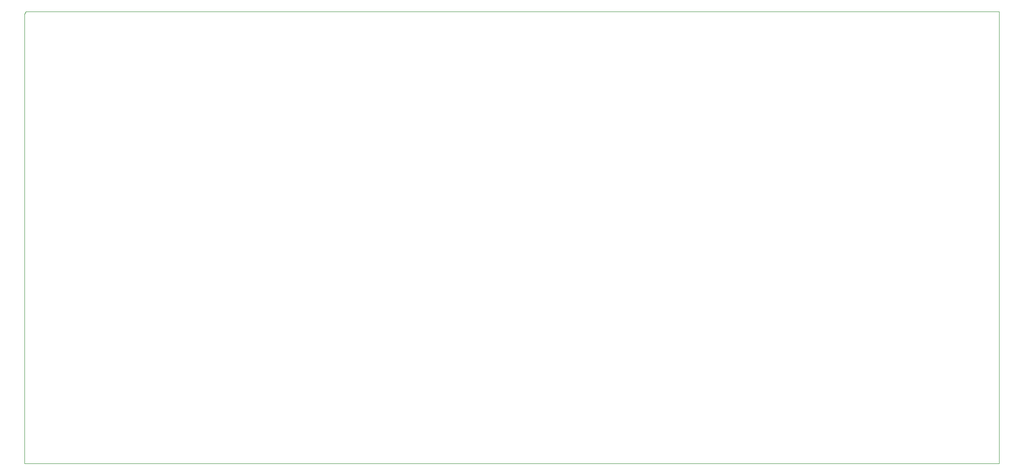
<source format=gbr>
G04 #@! TF.GenerationSoftware,KiCad,Pcbnew,(5.1.4-0-10_14)*
G04 #@! TF.CreationDate,2020-08-23T12:41:51+02:00*
G04 #@! TF.ProjectId,the_mvp,7468655f-6d76-4702-9e6b-696361645f70,1.0*
G04 #@! TF.SameCoordinates,Original*
G04 #@! TF.FileFunction,Profile,NP*
%FSLAX46Y46*%
G04 Gerber Fmt 4.6, Leading zero omitted, Abs format (unit mm)*
G04 Created by KiCad (PCBNEW (5.1.4-0-10_14)) date 2020-08-23 12:41:51*
%MOMM*%
%LPD*%
G04 APERTURE LIST*
%ADD10C,0.100000*%
G04 APERTURE END LIST*
D10*
X47752000Y-19558000D02*
X48006000Y-19050000D01*
X47752000Y-83058000D02*
X47752000Y-19558000D01*
X47752000Y-105156000D02*
X47752000Y-83058000D01*
X233172000Y-105156000D02*
X47752000Y-105156000D01*
X233172000Y-19050000D02*
X233172000Y-105156000D01*
X48006000Y-19050000D02*
X233172000Y-19050000D01*
M02*

</source>
